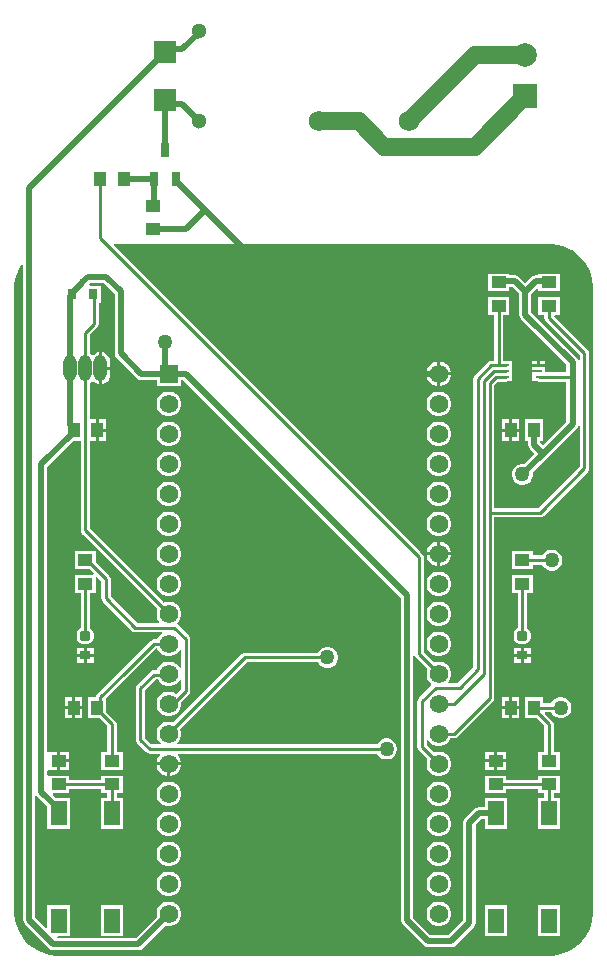
<source format=gtl>
G04*
G04 #@! TF.GenerationSoftware,Altium Limited,Altium Designer,21.7.1 (17)*
G04*
G04 Layer_Physical_Order=1*
G04 Layer_Color=255*
%FSLAX25Y25*%
%MOIN*%
G70*
G04*
G04 #@! TF.SameCoordinates,4F73F3F9-A25A-42A2-B41E-11CF7C4F7039*
G04*
G04*
G04 #@! TF.FilePolarity,Positive*
G04*
G01*
G75*
%ADD13C,0.01000*%
%ADD17R,0.03150X0.03740*%
%ADD18R,0.05118X0.03937*%
%ADD19R,0.03937X0.05118*%
%ADD20R,0.03150X0.04724*%
%ADD21R,0.07402X0.07559*%
%ADD22R,0.03543X0.03150*%
G04:AMPARAMS|DCode=23|XSize=31.5mil|YSize=35.43mil|CornerRadius=7.87mil|HoleSize=0mil|Usage=FLASHONLY|Rotation=270.000|XOffset=0mil|YOffset=0mil|HoleType=Round|Shape=RoundedRectangle|*
%AMROUNDEDRECTD23*
21,1,0.03150,0.01968,0,0,270.0*
21,1,0.01575,0.03543,0,0,270.0*
1,1,0.01575,-0.00984,-0.00787*
1,1,0.01575,-0.00984,0.00787*
1,1,0.01575,0.00984,0.00787*
1,1,0.01575,0.00984,-0.00787*
%
%ADD23ROUNDEDRECTD23*%
%ADD24R,0.05512X0.08268*%
%ADD25R,0.02165X0.00984*%
%ADD43C,0.02000*%
%ADD44C,0.06000*%
%ADD45C,0.06142*%
%ADD46R,0.06142X0.06142*%
%ADD47O,0.04370X0.08740*%
%ADD48C,0.05118*%
%ADD49C,0.06890*%
%ADD50R,0.07874X0.07874*%
%ADD51C,0.07874*%
%ADD52C,0.05000*%
G36*
X183004Y238921D02*
X184874Y238420D01*
X186662Y237679D01*
X188338Y236712D01*
X189873Y235533D01*
X191242Y234165D01*
X192420Y232629D01*
X193388Y230953D01*
X194128Y229165D01*
X194629Y227296D01*
X194882Y225377D01*
X194882Y224410D01*
X194882Y224410D01*
X194882Y224410D01*
X194882Y16732D01*
X194882Y15765D01*
X194629Y13846D01*
X194129Y11976D01*
X193388Y10188D01*
X192420Y8512D01*
X191242Y6977D01*
X189874Y5608D01*
X188338Y4430D01*
X186662Y3462D01*
X184874Y2722D01*
X183004Y2221D01*
X181086Y1968D01*
X180118Y1969D01*
X16732D01*
X15765Y1969D01*
X13846Y2221D01*
X11976Y2722D01*
X10188Y3463D01*
X8512Y4430D01*
X6977Y5608D01*
X5608Y6977D01*
X4430Y8512D01*
X3463Y10188D01*
X2722Y11976D01*
X2221Y13846D01*
X1969Y15765D01*
X1969Y16732D01*
X1969Y224409D01*
Y225377D01*
X2221Y227296D01*
X2722Y229165D01*
X3463Y230953D01*
X4351Y232491D01*
X4851Y232357D01*
Y13848D01*
X5006Y13068D01*
X5448Y12406D01*
X13391Y4464D01*
X13391Y4464D01*
X14052Y4022D01*
X14833Y3866D01*
X14833Y3866D01*
X43307D01*
X44087Y4022D01*
X44749Y4464D01*
X52283Y11997D01*
X52889Y11835D01*
X53961D01*
X54997Y12112D01*
X55925Y12648D01*
X56683Y13406D01*
X57219Y14334D01*
X57496Y15370D01*
Y16442D01*
X57219Y17477D01*
X56683Y18405D01*
X55925Y19163D01*
X54997Y19699D01*
X53961Y19976D01*
X52889D01*
X51854Y19699D01*
X50926Y19163D01*
X50168Y18405D01*
X49632Y17477D01*
X49354Y16442D01*
Y15370D01*
X49467Y14949D01*
X42462Y7945D01*
X16159D01*
X16156Y7949D01*
X16423Y8449D01*
X20488D01*
Y18717D01*
X12976D01*
Y11299D01*
X12514Y11108D01*
X8929Y14693D01*
Y55033D01*
X9244Y55184D01*
X9429Y55207D01*
X12976Y51660D01*
Y44276D01*
X20488D01*
Y54543D01*
X15860D01*
X14779Y55625D01*
X14970Y56087D01*
X20291D01*
Y57526D01*
X30890D01*
Y56087D01*
X32919D01*
Y54543D01*
X30693D01*
Y44276D01*
X38205D01*
Y54543D01*
X35978D01*
Y56087D01*
X38008D01*
Y62024D01*
X30890D01*
Y60584D01*
X20291D01*
Y62024D01*
X13173D01*
X12866Y62396D01*
Y63588D01*
X13173Y63961D01*
X13366Y63961D01*
X16232D01*
Y66929D01*
Y69898D01*
X13366D01*
X13173Y69898D01*
X12866Y70270D01*
Y164903D01*
X21569Y173606D01*
X24061D01*
Y143740D01*
X24178Y143155D01*
X24509Y142659D01*
X49653Y117514D01*
X49632Y117477D01*
X49354Y116442D01*
Y115370D01*
X49632Y114334D01*
X50168Y113406D01*
X50248Y113326D01*
X50056Y112864D01*
X42842D01*
X34010Y121696D01*
Y127559D01*
X33893Y128144D01*
X33562Y128640D01*
X29150Y133053D01*
Y136827D01*
X22031D01*
Y130890D01*
X26987D01*
X28462Y129415D01*
X28270Y128953D01*
X22031D01*
Y123016D01*
X24061D01*
Y111064D01*
X23909Y111034D01*
X23318Y110639D01*
X22923Y110048D01*
X22784Y109350D01*
Y107776D01*
X22923Y107078D01*
X23318Y106487D01*
X23909Y106092D01*
X24606Y105953D01*
X26575D01*
X27272Y106092D01*
X27863Y106487D01*
X28258Y107078D01*
X28397Y107776D01*
Y109350D01*
X28258Y110048D01*
X27863Y110639D01*
X27272Y111034D01*
X27120Y111064D01*
Y123016D01*
X29150D01*
Y128074D01*
X29612Y128265D01*
X30951Y126926D01*
Y121063D01*
X31067Y120478D01*
X31399Y119982D01*
X41127Y110253D01*
X41623Y109922D01*
X42209Y109805D01*
X51038D01*
X51172Y109305D01*
X50926Y109163D01*
X50168Y108405D01*
X49632Y107477D01*
X49621Y107435D01*
X48425D01*
X47840Y107318D01*
X47344Y106987D01*
X37789Y97433D01*
X37789Y97433D01*
X29557Y89200D01*
X29226Y88704D01*
X29126Y88205D01*
X26559D01*
Y81087D01*
X30333D01*
X32919Y78500D01*
Y69898D01*
X30890D01*
Y63961D01*
X38008D01*
Y69898D01*
X35978D01*
Y79134D01*
X35862Y79719D01*
X35530Y80215D01*
X32496Y83249D01*
Y87814D01*
X39952Y95270D01*
X39952Y95270D01*
X49059Y104376D01*
X49621D01*
X49632Y104334D01*
X50168Y103406D01*
X50926Y102648D01*
X51854Y102112D01*
X52889Y101835D01*
X53961D01*
X54997Y102112D01*
X55925Y102648D01*
X56683Y103406D01*
X57026Y104000D01*
X57526Y103866D01*
Y97945D01*
X57026Y97811D01*
X56683Y98405D01*
X55925Y99163D01*
X54997Y99699D01*
X53961Y99976D01*
X52889D01*
X51854Y99699D01*
X50926Y99163D01*
X50168Y98405D01*
X49632Y97477D01*
X49557Y97199D01*
X48425D01*
X47840Y97082D01*
X47344Y96751D01*
X42773Y92180D01*
X42441Y91684D01*
X42325Y91098D01*
Y74012D01*
X42441Y73427D01*
X42773Y72931D01*
X45919Y69785D01*
X46415Y69453D01*
X47000Y69337D01*
X50392D01*
X50599Y68837D01*
X50168Y68405D01*
X49632Y67477D01*
X49354Y66442D01*
Y66405D01*
X57496D01*
Y66442D01*
X57219Y67477D01*
X56683Y68405D01*
X56251Y68837D01*
X56458Y69337D01*
X122826D01*
X123184Y68717D01*
X123835Y68065D01*
X124633Y67605D01*
X125523Y67366D01*
X126445D01*
X127335Y67605D01*
X128133Y68065D01*
X128785Y68717D01*
X129246Y69515D01*
X129484Y70405D01*
Y71327D01*
X129246Y72217D01*
X128785Y73015D01*
X128133Y73667D01*
X127335Y74128D01*
X126445Y74366D01*
X125523D01*
X124633Y74128D01*
X123835Y73667D01*
X123184Y73015D01*
X122826Y72395D01*
X56379D01*
X56172Y72895D01*
X56683Y73406D01*
X57219Y74334D01*
X57496Y75370D01*
Y76442D01*
X57219Y77477D01*
X57139Y77614D01*
X79374Y99849D01*
X103141D01*
X103498Y99229D01*
X104150Y98577D01*
X104948Y98116D01*
X105838Y97878D01*
X106760D01*
X107650Y98116D01*
X108448Y98577D01*
X109100Y99229D01*
X109561Y100027D01*
X109799Y100917D01*
Y101839D01*
X109561Y102729D01*
X109100Y103527D01*
X108448Y104179D01*
X107650Y104639D01*
X106760Y104878D01*
X105838D01*
X104948Y104639D01*
X104150Y104179D01*
X103498Y103527D01*
X103141Y102907D01*
X78740D01*
X78155Y102791D01*
X77659Y102459D01*
X54919Y79720D01*
X53961Y79976D01*
X52889D01*
X51854Y79699D01*
X50926Y79163D01*
X50168Y78405D01*
X49632Y77477D01*
X49354Y76442D01*
Y75370D01*
X49632Y74334D01*
X50168Y73406D01*
X50678Y72895D01*
X50471Y72395D01*
X47634D01*
X45384Y74646D01*
Y90465D01*
X49059Y94140D01*
X49744D01*
X50168Y93406D01*
X50926Y92648D01*
X51854Y92112D01*
X52889Y91835D01*
X53961D01*
X54997Y92112D01*
X55925Y92648D01*
X56683Y93406D01*
X57026Y94000D01*
X57526Y93866D01*
Y90869D01*
X55858Y89202D01*
X54997Y89699D01*
X53961Y89976D01*
X52889D01*
X51854Y89699D01*
X50926Y89163D01*
X50168Y88405D01*
X49632Y87477D01*
X49354Y86441D01*
Y85370D01*
X49632Y84334D01*
X50168Y83406D01*
X50926Y82648D01*
X51854Y82112D01*
X52889Y81835D01*
X53961D01*
X54997Y82112D01*
X55925Y82648D01*
X56683Y83406D01*
X57219Y84334D01*
X57496Y85370D01*
Y86441D01*
X57481Y86499D01*
X60137Y89154D01*
X60468Y89651D01*
X60584Y90236D01*
Y107558D01*
X60468Y108144D01*
X60137Y108640D01*
X56360Y112416D01*
X56288Y112464D01*
X56239Y112962D01*
X56683Y113406D01*
X57219Y114334D01*
X57496Y115370D01*
Y116442D01*
X57219Y117477D01*
X56683Y118405D01*
X55925Y119163D01*
X54997Y119699D01*
X53961Y119976D01*
X52889D01*
X51854Y119699D01*
X51816Y119677D01*
X27120Y144374D01*
Y173606D01*
X29028D01*
Y177165D01*
Y180724D01*
X27120D01*
Y192795D01*
X27197Y192827D01*
X27753Y193254D01*
X28091Y193304D01*
X28428Y193254D01*
X28984Y192827D01*
X29759Y192506D01*
X30090Y192463D01*
Y197794D01*
Y203126D01*
X29759Y203082D01*
X28984Y202761D01*
X28428Y202335D01*
X28091Y202285D01*
X27753Y202335D01*
X27197Y202761D01*
X27120Y202793D01*
Y209012D01*
X29625Y211517D01*
X29956Y212013D01*
X30073Y212598D01*
Y219571D01*
X30724D01*
Y225311D01*
X27077D01*
X26885Y225773D01*
X27419Y226307D01*
X31636D01*
X35362Y222581D01*
Y202756D01*
X35518Y201975D01*
X35960Y201314D01*
X42849Y194424D01*
X43511Y193982D01*
X44291Y193827D01*
X44291Y193827D01*
X49354D01*
Y191835D01*
X57496D01*
Y193866D01*
X58171D01*
X130835Y121203D01*
Y13780D01*
X130990Y12999D01*
X131432Y12338D01*
X138322Y5448D01*
X138983Y5006D01*
X139764Y4851D01*
X147638D01*
X148418Y5006D01*
X149080Y5448D01*
X155051Y11419D01*
X155493Y12081D01*
X155648Y12861D01*
Y45481D01*
X157538Y47370D01*
X158646D01*
Y44276D01*
X166157D01*
Y54543D01*
X158646D01*
Y51449D01*
X156693D01*
X155913Y51293D01*
X155251Y50851D01*
X152167Y47768D01*
X151725Y47106D01*
X151570Y46326D01*
Y13706D01*
X146793Y8929D01*
X140608D01*
X134913Y14624D01*
Y101751D01*
X135376Y101919D01*
X135413Y101912D01*
X135730Y101438D01*
X139653Y97514D01*
X139632Y97477D01*
X139354Y96442D01*
Y95370D01*
X139632Y94334D01*
X140168Y93406D01*
X140926Y92648D01*
X140949Y92057D01*
X136714Y87821D01*
X136382Y87325D01*
X136266Y86740D01*
Y71535D01*
X136382Y70950D01*
X136714Y70454D01*
X139653Y67514D01*
X139632Y67477D01*
X139354Y66442D01*
Y65370D01*
X139632Y64334D01*
X140168Y63406D01*
X140926Y62648D01*
X141854Y62112D01*
X142889Y61835D01*
X143961D01*
X144997Y62112D01*
X145925Y62648D01*
X146683Y63406D01*
X147219Y64334D01*
X147496Y65370D01*
Y66442D01*
X147219Y67477D01*
X146683Y68405D01*
X145925Y69163D01*
X144997Y69699D01*
X143961Y69976D01*
X142889D01*
X141854Y69699D01*
X141816Y69677D01*
X139325Y72169D01*
Y73866D01*
X139825Y74000D01*
X140168Y73406D01*
X140926Y72648D01*
X141854Y72112D01*
X142889Y71835D01*
X143961D01*
X144997Y72112D01*
X145925Y72648D01*
X146683Y73406D01*
X147219Y74334D01*
X147230Y74376D01*
X148425D01*
X149011Y74493D01*
X149507Y74824D01*
X161514Y86832D01*
X161846Y87328D01*
X161962Y87913D01*
Y148159D01*
X177248D01*
X177833Y148276D01*
X178329Y148607D01*
X193011Y163289D01*
X193342Y163785D01*
X193458Y164370D01*
Y202756D01*
X193342Y203341D01*
X193011Y203837D01*
X181813Y215035D01*
X182020Y215535D01*
X183677D01*
Y221472D01*
X176559D01*
Y215535D01*
X178589D01*
Y214567D01*
X178705Y213982D01*
X179037Y213486D01*
X190400Y202122D01*
Y200514D01*
X189900Y200465D01*
X189876Y200584D01*
X189434Y201245D01*
X174283Y216396D01*
Y222453D01*
X176097Y224267D01*
X176559Y224075D01*
Y223410D01*
X183677D01*
Y229346D01*
X176559D01*
Y228823D01*
X175731D01*
X174950Y228668D01*
X174289Y228226D01*
X172308Y226245D01*
X170305Y228248D01*
X169643Y228690D01*
X168863Y228846D01*
X166945D01*
Y229346D01*
X159827D01*
Y223410D01*
X166945D01*
Y224767D01*
X168018D01*
X170205Y222581D01*
Y215551D01*
X170360Y214771D01*
X170802Y214109D01*
X185953Y198959D01*
Y196411D01*
X178756D01*
Y198319D01*
X176673D01*
X174591D01*
Y197350D01*
X176673D01*
Y196412D01*
X176486Y196374D01*
X174591D01*
Y193390D01*
X176486D01*
X176673Y193352D01*
X185953D01*
Y179979D01*
X178150Y172175D01*
X177236Y173089D01*
Y173606D01*
X178165D01*
Y180724D01*
X172228D01*
Y173606D01*
X173158D01*
Y172244D01*
X173313Y171464D01*
X173755Y170802D01*
X175266Y169291D01*
X171843Y165869D01*
X171721Y165902D01*
X170799D01*
X169909Y165663D01*
X169111Y165202D01*
X168459Y164551D01*
X167998Y163752D01*
X167760Y162862D01*
Y161941D01*
X167998Y161051D01*
X168459Y160252D01*
X169111Y159601D01*
X169909Y159140D01*
X170799Y158902D01*
X171721D01*
X172611Y159140D01*
X173409Y159601D01*
X174060Y160252D01*
X174521Y161051D01*
X174760Y161941D01*
Y162862D01*
X174727Y162985D01*
X179592Y167849D01*
X189434Y177692D01*
X189434Y177692D01*
X189876Y178354D01*
X189900Y178472D01*
X190400Y178423D01*
Y165004D01*
X176614Y151218D01*
X161962D01*
Y192280D01*
X163035Y193352D01*
X165847D01*
X166034Y193390D01*
X167929D01*
Y195358D01*
Y200311D01*
X166034D01*
X165847Y200348D01*
X164915D01*
Y215535D01*
X166945D01*
Y221472D01*
X159827D01*
Y215535D01*
X161856D01*
Y200348D01*
X160965D01*
X160379Y200232D01*
X159883Y199900D01*
X155415Y195432D01*
X155083Y194936D01*
X154967Y194350D01*
Y98146D01*
X149685Y92864D01*
X146794D01*
X146603Y93326D01*
X146683Y93406D01*
X147219Y94334D01*
X147496Y95370D01*
Y96442D01*
X147219Y97477D01*
X146683Y98405D01*
X145925Y99163D01*
X144997Y99699D01*
X143961Y99976D01*
X142889D01*
X141854Y99699D01*
X141816Y99677D01*
X138340Y103153D01*
Y134843D01*
X138224Y135428D01*
X137892Y135924D01*
X35105Y238711D01*
X35297Y239173D01*
X180118Y239173D01*
X181086Y239173D01*
X183004Y238921D01*
D02*
G37*
%LPC*%
G36*
X178756Y200311D02*
X177173D01*
Y199319D01*
X178756D01*
Y200311D01*
D02*
G37*
G36*
X176173D02*
X174591D01*
Y199319D01*
X176173D01*
Y200311D01*
D02*
G37*
G36*
X31091Y203126D02*
Y198294D01*
X33803D01*
Y199979D01*
X33694Y200811D01*
X33373Y201586D01*
X32862Y202251D01*
X32197Y202761D01*
X31422Y203082D01*
X31091Y203126D01*
D02*
G37*
G36*
X143961Y199976D02*
X143925D01*
Y196405D01*
X147496D01*
Y196441D01*
X147219Y197477D01*
X146683Y198405D01*
X145925Y199163D01*
X144997Y199699D01*
X143961Y199976D01*
D02*
G37*
G36*
X142925D02*
X142889D01*
X141854Y199699D01*
X140926Y199163D01*
X140168Y198405D01*
X139632Y197477D01*
X139354Y196441D01*
Y196405D01*
X142925D01*
Y199976D01*
D02*
G37*
G36*
X33803Y197294D02*
X31091D01*
Y192463D01*
X31422Y192506D01*
X32197Y192827D01*
X32862Y193338D01*
X33373Y194003D01*
X33694Y194778D01*
X33803Y195609D01*
Y197294D01*
D02*
G37*
G36*
X147496Y195405D02*
X143925D01*
Y191835D01*
X143961D01*
X144997Y192112D01*
X145925Y192648D01*
X146683Y193406D01*
X147219Y194334D01*
X147496Y195370D01*
Y195405D01*
D02*
G37*
G36*
X142925D02*
X139354D01*
Y195370D01*
X139632Y194334D01*
X140168Y193406D01*
X140926Y192648D01*
X141854Y192112D01*
X142889Y191835D01*
X142925D01*
Y195405D01*
D02*
G37*
G36*
X143961Y189976D02*
X142889D01*
X141854Y189699D01*
X140926Y189163D01*
X140168Y188405D01*
X139632Y187477D01*
X139354Y186442D01*
Y185370D01*
X139632Y184334D01*
X140168Y183406D01*
X140926Y182648D01*
X141854Y182112D01*
X142889Y181835D01*
X143961D01*
X144997Y182112D01*
X145925Y182648D01*
X146683Y183406D01*
X147219Y184334D01*
X147496Y185370D01*
Y186442D01*
X147219Y187477D01*
X146683Y188405D01*
X145925Y189163D01*
X144997Y189699D01*
X143961Y189976D01*
D02*
G37*
G36*
X53961D02*
X52889D01*
X51854Y189699D01*
X50926Y189163D01*
X50168Y188405D01*
X49632Y187477D01*
X49354Y186442D01*
Y185370D01*
X49632Y184334D01*
X50168Y183406D01*
X50926Y182648D01*
X51854Y182112D01*
X52889Y181835D01*
X53961D01*
X54997Y182112D01*
X55925Y182648D01*
X56683Y183406D01*
X57219Y184334D01*
X57496Y185370D01*
Y186442D01*
X57219Y187477D01*
X56683Y188405D01*
X55925Y189163D01*
X54997Y189699D01*
X53961Y189976D01*
D02*
G37*
G36*
X32496Y180724D02*
X30028D01*
Y177665D01*
X32496D01*
Y180724D01*
D02*
G37*
G36*
X170291D02*
X167823D01*
Y177665D01*
X170291D01*
Y180724D01*
D02*
G37*
G36*
X166823D02*
X164354D01*
Y177665D01*
X166823D01*
Y180724D01*
D02*
G37*
G36*
X170291Y176665D02*
X167823D01*
Y173606D01*
X170291D01*
Y176665D01*
D02*
G37*
G36*
X166823D02*
X164354D01*
Y173606D01*
X166823D01*
Y176665D01*
D02*
G37*
G36*
X32496Y176665D02*
X30028D01*
Y173606D01*
X32496D01*
Y176665D01*
D02*
G37*
G36*
X143961Y179976D02*
X142889D01*
X141854Y179699D01*
X140926Y179163D01*
X140168Y178405D01*
X139632Y177477D01*
X139354Y176442D01*
Y175370D01*
X139632Y174334D01*
X140168Y173406D01*
X140926Y172648D01*
X141854Y172112D01*
X142889Y171835D01*
X143961D01*
X144997Y172112D01*
X145925Y172648D01*
X146683Y173406D01*
X147219Y174334D01*
X147496Y175370D01*
Y176442D01*
X147219Y177477D01*
X146683Y178405D01*
X145925Y179163D01*
X144997Y179699D01*
X143961Y179976D01*
D02*
G37*
G36*
X53961D02*
X52889D01*
X51854Y179699D01*
X50926Y179163D01*
X50168Y178405D01*
X49632Y177477D01*
X49354Y176442D01*
Y175370D01*
X49632Y174334D01*
X50168Y173406D01*
X50926Y172648D01*
X51854Y172112D01*
X52889Y171835D01*
X53961D01*
X54997Y172112D01*
X55925Y172648D01*
X56683Y173406D01*
X57219Y174334D01*
X57496Y175370D01*
Y176442D01*
X57219Y177477D01*
X56683Y178405D01*
X55925Y179163D01*
X54997Y179699D01*
X53961Y179976D01*
D02*
G37*
G36*
X143961Y169976D02*
X142889D01*
X141854Y169699D01*
X140926Y169163D01*
X140168Y168405D01*
X139632Y167477D01*
X139354Y166442D01*
Y165370D01*
X139632Y164334D01*
X140168Y163406D01*
X140926Y162648D01*
X141854Y162112D01*
X142889Y161835D01*
X143961D01*
X144997Y162112D01*
X145925Y162648D01*
X146683Y163406D01*
X147219Y164334D01*
X147496Y165370D01*
Y166442D01*
X147219Y167477D01*
X146683Y168405D01*
X145925Y169163D01*
X144997Y169699D01*
X143961Y169976D01*
D02*
G37*
G36*
X53961D02*
X52889D01*
X51854Y169699D01*
X50926Y169163D01*
X50168Y168405D01*
X49632Y167477D01*
X49354Y166442D01*
Y165370D01*
X49632Y164334D01*
X50168Y163406D01*
X50926Y162648D01*
X51854Y162112D01*
X52889Y161835D01*
X53961D01*
X54997Y162112D01*
X55925Y162648D01*
X56683Y163406D01*
X57219Y164334D01*
X57496Y165370D01*
Y166442D01*
X57219Y167477D01*
X56683Y168405D01*
X55925Y169163D01*
X54997Y169699D01*
X53961Y169976D01*
D02*
G37*
G36*
X143961Y159976D02*
X142889D01*
X141854Y159699D01*
X140926Y159163D01*
X140168Y158405D01*
X139632Y157477D01*
X139354Y156441D01*
Y155370D01*
X139632Y154334D01*
X140168Y153406D01*
X140926Y152648D01*
X141854Y152112D01*
X142889Y151835D01*
X143961D01*
X144997Y152112D01*
X145925Y152648D01*
X146683Y153406D01*
X147219Y154334D01*
X147496Y155370D01*
Y156441D01*
X147219Y157477D01*
X146683Y158405D01*
X145925Y159163D01*
X144997Y159699D01*
X143961Y159976D01*
D02*
G37*
G36*
X53961D02*
X52889D01*
X51854Y159699D01*
X50926Y159163D01*
X50168Y158405D01*
X49632Y157477D01*
X49354Y156441D01*
Y155370D01*
X49632Y154334D01*
X50168Y153406D01*
X50926Y152648D01*
X51854Y152112D01*
X52889Y151835D01*
X53961D01*
X54997Y152112D01*
X55925Y152648D01*
X56683Y153406D01*
X57219Y154334D01*
X57496Y155370D01*
Y156441D01*
X57219Y157477D01*
X56683Y158405D01*
X55925Y159163D01*
X54997Y159699D01*
X53961Y159976D01*
D02*
G37*
G36*
X143961Y149976D02*
X142889D01*
X141854Y149699D01*
X140926Y149163D01*
X140168Y148405D01*
X139632Y147477D01*
X139354Y146441D01*
Y145370D01*
X139632Y144334D01*
X140168Y143406D01*
X140926Y142648D01*
X141854Y142112D01*
X142889Y141835D01*
X143961D01*
X144997Y142112D01*
X145925Y142648D01*
X146683Y143406D01*
X147219Y144334D01*
X147496Y145370D01*
Y146441D01*
X147219Y147477D01*
X146683Y148405D01*
X145925Y149163D01*
X144997Y149699D01*
X143961Y149976D01*
D02*
G37*
G36*
X53961D02*
X52889D01*
X51854Y149699D01*
X50926Y149163D01*
X50168Y148405D01*
X49632Y147477D01*
X49354Y146441D01*
Y145370D01*
X49632Y144334D01*
X50168Y143406D01*
X50926Y142648D01*
X51854Y142112D01*
X52889Y141835D01*
X53961D01*
X54997Y142112D01*
X55925Y142648D01*
X56683Y143406D01*
X57219Y144334D01*
X57496Y145370D01*
Y146441D01*
X57219Y147477D01*
X56683Y148405D01*
X55925Y149163D01*
X54997Y149699D01*
X53961Y149976D01*
D02*
G37*
G36*
X143961Y139976D02*
X143925D01*
Y136406D01*
X147496D01*
Y136442D01*
X147219Y137477D01*
X146683Y138405D01*
X145925Y139163D01*
X144997Y139699D01*
X143961Y139976D01*
D02*
G37*
G36*
X142925D02*
X142889D01*
X141854Y139699D01*
X140926Y139163D01*
X140168Y138405D01*
X139632Y137477D01*
X139354Y136442D01*
Y136406D01*
X142925D01*
Y139976D01*
D02*
G37*
G36*
X181563Y137358D02*
X180642D01*
X179751Y137120D01*
X178953Y136659D01*
X178302Y136007D01*
X177944Y135388D01*
X174819D01*
Y136827D01*
X167701D01*
Y130890D01*
X174819D01*
Y132329D01*
X177944D01*
X178302Y131709D01*
X178953Y131058D01*
X179751Y130597D01*
X180642Y130358D01*
X181563D01*
X182453Y130597D01*
X183251Y131058D01*
X183903Y131709D01*
X184364Y132507D01*
X184602Y133397D01*
Y134319D01*
X184364Y135209D01*
X183903Y136007D01*
X183251Y136659D01*
X182453Y137120D01*
X181563Y137358D01*
D02*
G37*
G36*
X147496Y135406D02*
X143925D01*
Y131835D01*
X143961D01*
X144997Y132112D01*
X145925Y132648D01*
X146683Y133406D01*
X147219Y134334D01*
X147496Y135370D01*
Y135406D01*
D02*
G37*
G36*
X142925D02*
X139354D01*
Y135370D01*
X139632Y134334D01*
X140168Y133406D01*
X140926Y132648D01*
X141854Y132112D01*
X142889Y131835D01*
X142925D01*
Y135406D01*
D02*
G37*
G36*
X53961Y139976D02*
X52889D01*
X51854Y139699D01*
X50926Y139163D01*
X50168Y138405D01*
X49632Y137477D01*
X49354Y136442D01*
Y135370D01*
X49632Y134334D01*
X50168Y133406D01*
X50926Y132648D01*
X51854Y132112D01*
X52889Y131835D01*
X53961D01*
X54997Y132112D01*
X55925Y132648D01*
X56683Y133406D01*
X57219Y134334D01*
X57496Y135370D01*
Y136442D01*
X57219Y137477D01*
X56683Y138405D01*
X55925Y139163D01*
X54997Y139699D01*
X53961Y139976D01*
D02*
G37*
G36*
X143961Y129976D02*
X142889D01*
X141854Y129699D01*
X140926Y129163D01*
X140168Y128405D01*
X139632Y127477D01*
X139354Y126442D01*
Y125370D01*
X139632Y124334D01*
X140168Y123406D01*
X140926Y122648D01*
X141854Y122112D01*
X142889Y121835D01*
X143961D01*
X144997Y122112D01*
X145925Y122648D01*
X146683Y123406D01*
X147219Y124334D01*
X147496Y125370D01*
Y126442D01*
X147219Y127477D01*
X146683Y128405D01*
X145925Y129163D01*
X144997Y129699D01*
X143961Y129976D01*
D02*
G37*
G36*
X53961D02*
X52889D01*
X51854Y129699D01*
X50926Y129163D01*
X50168Y128405D01*
X49632Y127477D01*
X49354Y126442D01*
Y125370D01*
X49632Y124334D01*
X50168Y123406D01*
X50926Y122648D01*
X51854Y122112D01*
X52889Y121835D01*
X53961D01*
X54997Y122112D01*
X55925Y122648D01*
X56683Y123406D01*
X57219Y124334D01*
X57496Y125370D01*
Y126442D01*
X57219Y127477D01*
X56683Y128405D01*
X55925Y129163D01*
X54997Y129699D01*
X53961Y129976D01*
D02*
G37*
G36*
X143961Y119976D02*
X142889D01*
X141854Y119699D01*
X140926Y119163D01*
X140168Y118405D01*
X139632Y117477D01*
X139354Y116442D01*
Y115370D01*
X139632Y114334D01*
X140168Y113406D01*
X140926Y112648D01*
X141854Y112112D01*
X142889Y111835D01*
X143961D01*
X144997Y112112D01*
X145925Y112648D01*
X146683Y113406D01*
X147219Y114334D01*
X147496Y115370D01*
Y116442D01*
X147219Y117477D01*
X146683Y118405D01*
X145925Y119163D01*
X144997Y119699D01*
X143961Y119976D01*
D02*
G37*
G36*
X174819Y128953D02*
X167701D01*
Y123016D01*
X169730D01*
Y111064D01*
X169578Y111034D01*
X168987Y110639D01*
X168592Y110048D01*
X168453Y109350D01*
Y107776D01*
X168592Y107078D01*
X168987Y106487D01*
X169578Y106092D01*
X170276Y105953D01*
X172244D01*
X172942Y106092D01*
X173533Y106487D01*
X173928Y107078D01*
X174066Y107776D01*
Y109350D01*
X173928Y110048D01*
X173533Y110639D01*
X172942Y111034D01*
X172789Y111064D01*
Y123016D01*
X174819D01*
Y128953D01*
D02*
G37*
G36*
X174031Y104642D02*
X171760D01*
Y102567D01*
X174031D01*
Y104642D01*
D02*
G37*
G36*
X28362D02*
X26091D01*
Y102567D01*
X28362D01*
Y104642D01*
D02*
G37*
G36*
X170760D02*
X168488D01*
Y102567D01*
X170760D01*
Y104642D01*
D02*
G37*
G36*
X25091D02*
X22819D01*
Y102567D01*
X25091D01*
Y104642D01*
D02*
G37*
G36*
X143961Y109976D02*
X142889D01*
X141854Y109699D01*
X140926Y109163D01*
X140168Y108405D01*
X139632Y107477D01*
X139354Y106441D01*
Y105370D01*
X139632Y104334D01*
X140168Y103406D01*
X140926Y102648D01*
X141854Y102112D01*
X142889Y101835D01*
X143961D01*
X144997Y102112D01*
X145925Y102648D01*
X146683Y103406D01*
X147219Y104334D01*
X147496Y105370D01*
Y106441D01*
X147219Y107477D01*
X146683Y108405D01*
X145925Y109163D01*
X144997Y109699D01*
X143961Y109976D01*
D02*
G37*
G36*
X174031Y101567D02*
X171760D01*
Y99492D01*
X174031D01*
Y101567D01*
D02*
G37*
G36*
X170760D02*
X168488D01*
Y99492D01*
X170760D01*
Y101567D01*
D02*
G37*
G36*
X28362D02*
X26091D01*
Y99492D01*
X28362D01*
Y101567D01*
D02*
G37*
G36*
X25091D02*
X22819D01*
Y99492D01*
X25091D01*
Y101567D01*
D02*
G37*
G36*
X170291Y88205D02*
X167823D01*
Y85146D01*
X170291D01*
Y88205D01*
D02*
G37*
G36*
X166823D02*
X164354D01*
Y85146D01*
X166823D01*
Y88205D01*
D02*
G37*
G36*
X24622D02*
X22153D01*
Y85146D01*
X24622D01*
Y88205D01*
D02*
G37*
G36*
X21154D02*
X18685D01*
Y85146D01*
X21154D01*
Y88205D01*
D02*
G37*
G36*
X178165D02*
X172228D01*
Y81087D01*
X176003D01*
X178589Y78500D01*
Y69898D01*
X176559D01*
Y63961D01*
X183677D01*
Y69898D01*
X181648D01*
Y79134D01*
X181531Y79719D01*
X181200Y80215D01*
X178761Y82654D01*
X178952Y83116D01*
X180897D01*
X181254Y82497D01*
X181906Y81845D01*
X182704Y81384D01*
X183594Y81146D01*
X184516D01*
X185406Y81384D01*
X186204Y81845D01*
X186856Y82497D01*
X187317Y83295D01*
X187555Y84185D01*
Y85106D01*
X187317Y85997D01*
X186856Y86795D01*
X186204Y87446D01*
X185406Y87907D01*
X184516Y88146D01*
X183594D01*
X182704Y87907D01*
X181906Y87446D01*
X181254Y86795D01*
X180897Y86175D01*
X178165D01*
Y88205D01*
D02*
G37*
G36*
X170291Y84146D02*
X167823D01*
Y81087D01*
X170291D01*
Y84146D01*
D02*
G37*
G36*
X166823D02*
X164354D01*
Y81087D01*
X166823D01*
Y84146D01*
D02*
G37*
G36*
X24622D02*
X22153D01*
Y81087D01*
X24622D01*
Y84146D01*
D02*
G37*
G36*
X21154D02*
X18685D01*
Y81087D01*
X21154D01*
Y84146D01*
D02*
G37*
G36*
X17232Y69898D02*
Y67429D01*
X20291D01*
Y69898D01*
X17232D01*
D02*
G37*
G36*
X165961Y69898D02*
X162902D01*
Y67429D01*
X165961D01*
Y69898D01*
D02*
G37*
G36*
X161902D02*
X158843D01*
Y67429D01*
X161902D01*
Y69898D01*
D02*
G37*
G36*
X20291Y66429D02*
X17232D01*
Y63961D01*
X20291D01*
Y66429D01*
D02*
G37*
G36*
X165961Y66429D02*
X162902D01*
Y63961D01*
X165961D01*
Y66429D01*
D02*
G37*
G36*
X161902D02*
X158843D01*
Y63961D01*
X161902D01*
Y66429D01*
D02*
G37*
G36*
X57496Y65405D02*
X53925D01*
Y61835D01*
X53961D01*
X54997Y62112D01*
X55925Y62648D01*
X56683Y63406D01*
X57219Y64334D01*
X57496Y65370D01*
Y65405D01*
D02*
G37*
G36*
X52925D02*
X49354D01*
Y65370D01*
X49632Y64334D01*
X50168Y63406D01*
X50926Y62648D01*
X51854Y62112D01*
X52889Y61835D01*
X52925D01*
Y65405D01*
D02*
G37*
G36*
X183677Y62024D02*
X176559D01*
Y60584D01*
X165961D01*
Y62024D01*
X158843D01*
Y56087D01*
X165961D01*
Y57526D01*
X176559D01*
Y56087D01*
X178589D01*
Y54543D01*
X176362D01*
Y44276D01*
X183874D01*
Y54543D01*
X181648D01*
Y56087D01*
X183677D01*
Y62024D01*
D02*
G37*
G36*
X143961Y59976D02*
X142889D01*
X141854Y59699D01*
X140926Y59163D01*
X140168Y58405D01*
X139632Y57477D01*
X139354Y56441D01*
Y55370D01*
X139632Y54334D01*
X140168Y53406D01*
X140926Y52648D01*
X141854Y52112D01*
X142889Y51835D01*
X143961D01*
X144997Y52112D01*
X145925Y52648D01*
X146683Y53406D01*
X147219Y54334D01*
X147496Y55370D01*
Y56441D01*
X147219Y57477D01*
X146683Y58405D01*
X145925Y59163D01*
X144997Y59699D01*
X143961Y59976D01*
D02*
G37*
G36*
X53961D02*
X52889D01*
X51854Y59699D01*
X50926Y59163D01*
X50168Y58405D01*
X49632Y57477D01*
X49354Y56441D01*
Y55370D01*
X49632Y54334D01*
X50168Y53406D01*
X50926Y52648D01*
X51854Y52112D01*
X52889Y51835D01*
X53961D01*
X54997Y52112D01*
X55925Y52648D01*
X56683Y53406D01*
X57219Y54334D01*
X57496Y55370D01*
Y56441D01*
X57219Y57477D01*
X56683Y58405D01*
X55925Y59163D01*
X54997Y59699D01*
X53961Y59976D01*
D02*
G37*
G36*
X143961Y49976D02*
X142889D01*
X141854Y49699D01*
X140926Y49163D01*
X140168Y48405D01*
X139632Y47477D01*
X139354Y46442D01*
Y45370D01*
X139632Y44334D01*
X140168Y43406D01*
X140926Y42648D01*
X141854Y42112D01*
X142889Y41835D01*
X143961D01*
X144997Y42112D01*
X145925Y42648D01*
X146683Y43406D01*
X147219Y44334D01*
X147496Y45370D01*
Y46442D01*
X147219Y47477D01*
X146683Y48405D01*
X145925Y49163D01*
X144997Y49699D01*
X143961Y49976D01*
D02*
G37*
G36*
X53961D02*
X52889D01*
X51854Y49699D01*
X50926Y49163D01*
X50168Y48405D01*
X49632Y47477D01*
X49354Y46442D01*
Y45370D01*
X49632Y44334D01*
X50168Y43406D01*
X50926Y42648D01*
X51854Y42112D01*
X52889Y41835D01*
X53961D01*
X54997Y42112D01*
X55925Y42648D01*
X56683Y43406D01*
X57219Y44334D01*
X57496Y45370D01*
Y46442D01*
X57219Y47477D01*
X56683Y48405D01*
X55925Y49163D01*
X54997Y49699D01*
X53961Y49976D01*
D02*
G37*
G36*
X143961Y39976D02*
X142889D01*
X141854Y39699D01*
X140926Y39163D01*
X140168Y38405D01*
X139632Y37477D01*
X139354Y36441D01*
Y35370D01*
X139632Y34334D01*
X140168Y33406D01*
X140926Y32648D01*
X141854Y32112D01*
X142889Y31835D01*
X143961D01*
X144997Y32112D01*
X145925Y32648D01*
X146683Y33406D01*
X147219Y34334D01*
X147496Y35370D01*
Y36441D01*
X147219Y37477D01*
X146683Y38405D01*
X145925Y39163D01*
X144997Y39699D01*
X143961Y39976D01*
D02*
G37*
G36*
X53961D02*
X52889D01*
X51854Y39699D01*
X50926Y39163D01*
X50168Y38405D01*
X49632Y37477D01*
X49354Y36441D01*
Y35370D01*
X49632Y34334D01*
X50168Y33406D01*
X50926Y32648D01*
X51854Y32112D01*
X52889Y31835D01*
X53961D01*
X54997Y32112D01*
X55925Y32648D01*
X56683Y33406D01*
X57219Y34334D01*
X57496Y35370D01*
Y36441D01*
X57219Y37477D01*
X56683Y38405D01*
X55925Y39163D01*
X54997Y39699D01*
X53961Y39976D01*
D02*
G37*
G36*
X143961Y29976D02*
X142889D01*
X141854Y29699D01*
X140926Y29163D01*
X140168Y28405D01*
X139632Y27477D01*
X139354Y26441D01*
Y25370D01*
X139632Y24334D01*
X140168Y23406D01*
X140926Y22648D01*
X141854Y22112D01*
X142889Y21835D01*
X143961D01*
X144997Y22112D01*
X145925Y22648D01*
X146683Y23406D01*
X147219Y24334D01*
X147496Y25370D01*
Y26441D01*
X147219Y27477D01*
X146683Y28405D01*
X145925Y29163D01*
X144997Y29699D01*
X143961Y29976D01*
D02*
G37*
G36*
X53961D02*
X52889D01*
X51854Y29699D01*
X50926Y29163D01*
X50168Y28405D01*
X49632Y27477D01*
X49354Y26441D01*
Y25370D01*
X49632Y24334D01*
X50168Y23406D01*
X50926Y22648D01*
X51854Y22112D01*
X52889Y21835D01*
X53961D01*
X54997Y22112D01*
X55925Y22648D01*
X56683Y23406D01*
X57219Y24334D01*
X57496Y25370D01*
Y26441D01*
X57219Y27477D01*
X56683Y28405D01*
X55925Y29163D01*
X54997Y29699D01*
X53961Y29976D01*
D02*
G37*
G36*
X143961Y19976D02*
X142889D01*
X141854Y19699D01*
X140926Y19163D01*
X140168Y18405D01*
X139632Y17477D01*
X139354Y16442D01*
Y15370D01*
X139632Y14334D01*
X140168Y13406D01*
X140926Y12648D01*
X141854Y12112D01*
X142889Y11835D01*
X143961D01*
X144997Y12112D01*
X145925Y12648D01*
X146683Y13406D01*
X147219Y14334D01*
X147496Y15370D01*
Y16442D01*
X147219Y17477D01*
X146683Y18405D01*
X145925Y19163D01*
X144997Y19699D01*
X143961Y19976D01*
D02*
G37*
G36*
X183874Y18717D02*
X176362D01*
Y8449D01*
X183874D01*
Y18717D01*
D02*
G37*
G36*
X166157D02*
X158646D01*
Y8449D01*
X166157D01*
Y18717D01*
D02*
G37*
G36*
X38205D02*
X30693D01*
Y8449D01*
X38205D01*
Y18717D01*
D02*
G37*
%LPD*%
D13*
X30512Y241142D02*
X136811Y134843D01*
Y102520D02*
X143425Y95906D01*
X136811Y102520D02*
Y134843D01*
X30512Y241142D02*
Y260827D01*
X143425Y75906D02*
X148425D01*
X143425Y85905D02*
X148425D01*
X137795Y71535D02*
X143425Y65905D01*
X137795Y86740D02*
X142390Y91335D01*
X137795Y71535D02*
Y86740D01*
X25591Y143740D02*
X53425Y115905D01*
X25591Y143740D02*
Y197794D01*
X48425Y95669D02*
X53189D01*
X53425Y95906D01*
X48425Y105905D02*
X53425D01*
X42209Y111335D02*
X55279D01*
X59055Y107558D01*
Y90236D02*
Y107558D01*
X54484Y85665D02*
X59055Y90236D01*
X30639Y88119D02*
X38871Y96351D01*
Y96351D02*
X48425Y105905D01*
X38871Y96351D02*
Y96351D01*
X78740Y101378D02*
X106299D01*
X53195Y75833D02*
X78740Y101378D01*
X28150Y222441D02*
X28543Y222047D01*
Y212598D02*
Y222047D01*
X25591Y197794D02*
Y209646D01*
X28543Y212598D01*
X43854Y91098D02*
X48425Y95669D01*
X43854Y74012D02*
Y91098D01*
X175197Y84055D02*
X175787Y84646D01*
X184055D01*
X47000Y70866D02*
X125984D01*
X43854Y74012D02*
X47000Y70866D01*
X30639Y85757D02*
Y88119D01*
X29528Y84646D02*
X30639Y85757D01*
X32480Y121063D02*
Y127559D01*
Y121063D02*
X42209Y111335D01*
X176673Y194882D02*
X187992D01*
X180118Y214567D02*
Y218504D01*
Y214567D02*
X191929Y202756D01*
Y164370D02*
Y202756D01*
X177248Y149689D02*
X191929Y164370D01*
X160433Y87913D02*
Y149689D01*
Y192913D01*
Y149689D02*
X177248D01*
X171260Y133858D02*
X181102D01*
X163406Y198819D02*
X165847D01*
X160965D02*
X163406D01*
X163386Y198839D02*
X163406Y198819D01*
X163386Y198839D02*
Y218504D01*
X25591Y108563D02*
Y125984D01*
X26181Y133858D02*
X32480Y127559D01*
X25591Y133858D02*
X26181D01*
X150319Y91335D02*
X156496Y97512D01*
X142390Y91335D02*
X150319D01*
X148425Y75906D02*
X160433Y87913D01*
X148425Y85905D02*
X158465Y95945D01*
Y193632D01*
X156496Y194350D02*
X160965Y198819D01*
X156496Y97512D02*
Y194350D01*
X158465Y193632D02*
X161683Y196850D01*
X160433Y192913D02*
X162402Y194882D01*
X165847D01*
X161683Y196850D02*
X165847D01*
X175197Y84055D02*
X180118Y79134D01*
Y66929D02*
Y79134D01*
X34449Y66929D02*
Y79134D01*
X29528Y84055D02*
Y84646D01*
Y84055D02*
X34449Y79134D01*
X162402Y59055D02*
X180118D01*
X171260Y108563D02*
Y125984D01*
X180118Y49409D02*
Y59055D01*
X16732Y59055D02*
X34449D01*
X34449Y59055D01*
Y49409D02*
Y59055D01*
D17*
X21063Y222440D02*
D03*
X28150Y222441D02*
D03*
D18*
X48228Y244094D02*
D03*
Y251969D02*
D03*
X163386Y218504D02*
D03*
Y226378D02*
D03*
X180118Y218504D02*
D03*
Y226378D02*
D03*
X171260Y133858D02*
D03*
Y125984D02*
D03*
X180118Y59055D02*
D03*
Y66929D02*
D03*
X34449Y59055D02*
D03*
Y66929D02*
D03*
X25591Y133858D02*
D03*
Y125984D02*
D03*
X162402Y66929D02*
D03*
Y59055D02*
D03*
X16732Y66929D02*
D03*
Y59055D02*
D03*
D19*
X30512Y260827D02*
D03*
X38386D02*
D03*
X29528Y177165D02*
D03*
X21654D02*
D03*
X167323D02*
D03*
X175197D02*
D03*
X167323Y84646D02*
D03*
X175197D02*
D03*
X21654D02*
D03*
X29528D02*
D03*
D20*
X55905Y261024D02*
D03*
X48425D02*
D03*
X52165Y270472D02*
D03*
D21*
Y287276D02*
D03*
Y303276D02*
D03*
D22*
X171260Y102067D02*
D03*
X25591D02*
D03*
D23*
X171260Y108563D02*
D03*
X25591D02*
D03*
D24*
X180118Y13583D02*
D03*
Y49409D02*
D03*
X162402D02*
D03*
Y13583D02*
D03*
X34449D02*
D03*
Y49409D02*
D03*
X16732D02*
D03*
Y13583D02*
D03*
D25*
X165847Y194882D02*
D03*
Y196850D02*
D03*
Y198819D02*
D03*
X176673D02*
D03*
Y196850D02*
D03*
Y194882D02*
D03*
D43*
X52165Y197165D02*
Y206693D01*
Y197165D02*
X53425Y195905D01*
X44291Y195866D02*
X53386D01*
X53425Y195905D01*
X162958Y226806D02*
X168863D01*
X53425Y195905D02*
X59016D01*
X132874Y13780D02*
Y122047D01*
X59016Y195905D02*
X132874Y122047D01*
X37402Y202756D02*
X44291Y195866D01*
X14833Y5906D02*
X43307D01*
X53122Y15720D01*
X65453Y250492D02*
X65453D01*
X55905Y260039D02*
X65453Y250492D01*
X55905Y260039D02*
Y260827D01*
X65453Y250492D02*
X120039Y195905D01*
X143425D01*
X59055Y244094D02*
X65453Y250492D01*
X48228Y244094D02*
X59055D01*
X172244Y223298D02*
Y223425D01*
Y215551D02*
Y223298D01*
X175731Y226784D01*
X168863Y226806D02*
X172244Y223425D01*
X175731Y226784D02*
X179668D01*
X20591Y221968D02*
X21063Y222440D01*
X32480Y228346D02*
X37402Y223425D01*
Y202756D02*
Y223425D01*
X26575Y228346D02*
X32480D01*
X24606Y226378D02*
X26575Y228346D01*
X21063Y222440D02*
X21638Y223015D01*
X24606Y226279D02*
Y226378D01*
X21638Y223015D02*
Y223310D01*
X24606Y226279D01*
X20591Y197794D02*
Y221968D01*
X6890Y13848D02*
Y257921D01*
X52165Y303197D01*
X6890Y13848D02*
X14833Y5906D01*
X187992Y194882D02*
Y199803D01*
X172244Y215551D02*
X187992Y199803D01*
Y179134D02*
Y194882D01*
X178150Y169291D02*
X187992Y179134D01*
X171260Y162402D02*
X178150Y169291D01*
X175197Y172244D02*
X178150Y169291D01*
X175197Y172244D02*
Y177165D01*
X139764Y6890D02*
X147638D01*
X132874Y13780D02*
X139764Y6890D01*
X147638D02*
X153609Y12861D01*
Y46326D01*
X156693Y49409D01*
X162402D01*
X10827Y165748D02*
X21654Y176575D01*
X10827Y56693D02*
Y165748D01*
Y56693D02*
X16732Y50787D01*
Y49409D02*
Y50787D01*
X21654Y176575D02*
Y177165D01*
X52165Y303197D02*
Y303276D01*
X63425Y309676D02*
Y310276D01*
X57884Y304134D02*
X63425Y309676D01*
X53024Y304134D02*
X57884D01*
X52165Y303276D02*
X53024Y304134D01*
X20591Y178819D02*
X21654Y177756D01*
X20591Y178819D02*
Y197794D01*
X21654Y177165D02*
Y177756D01*
X52165Y287276D02*
X53435Y286006D01*
X57695D02*
X63425Y280276D01*
X53435Y286006D02*
X57695D01*
X52165Y270669D02*
Y287276D01*
X48327Y252067D02*
Y260728D01*
X48425Y260827D01*
X48228Y251969D02*
X48327Y252067D01*
X38386Y260827D02*
X48425D01*
D44*
X155512Y271654D02*
X172244Y288386D01*
X125269Y271654D02*
X155512D01*
X116647Y280276D02*
X125269Y271654D01*
X133425Y280276D02*
X155315Y302165D01*
X103425Y280276D02*
X116647D01*
X155315Y302165D02*
X172244D01*
D45*
X143425Y95906D02*
D03*
Y85905D02*
D03*
Y75906D02*
D03*
Y65905D02*
D03*
Y55905D02*
D03*
Y45906D02*
D03*
Y35906D02*
D03*
Y25905D02*
D03*
Y15905D02*
D03*
Y105905D02*
D03*
Y115905D02*
D03*
Y125906D02*
D03*
Y135906D02*
D03*
Y195905D02*
D03*
Y185906D02*
D03*
Y165905D02*
D03*
Y155905D02*
D03*
Y145905D02*
D03*
Y175906D02*
D03*
X53425Y115905D02*
D03*
Y105905D02*
D03*
Y95906D02*
D03*
Y85905D02*
D03*
Y75906D02*
D03*
Y65905D02*
D03*
Y55905D02*
D03*
Y45906D02*
D03*
Y15905D02*
D03*
Y35906D02*
D03*
Y25905D02*
D03*
Y175906D02*
D03*
Y165905D02*
D03*
Y155905D02*
D03*
Y145905D02*
D03*
Y135906D02*
D03*
Y125906D02*
D03*
Y185906D02*
D03*
D46*
Y195905D02*
D03*
D47*
X20591Y197794D02*
D03*
X25591D02*
D03*
X30591D02*
D03*
D48*
X63425Y310276D02*
D03*
Y280276D02*
D03*
D49*
X133425D02*
D03*
X103425D02*
D03*
D50*
X172244Y288386D02*
D03*
D51*
Y302165D02*
D03*
D52*
X184055Y84646D02*
D03*
X125984Y70866D02*
D03*
X171260Y162402D02*
D03*
X52165Y206693D02*
D03*
X106299Y101378D02*
D03*
X181102Y133858D02*
D03*
M02*

</source>
